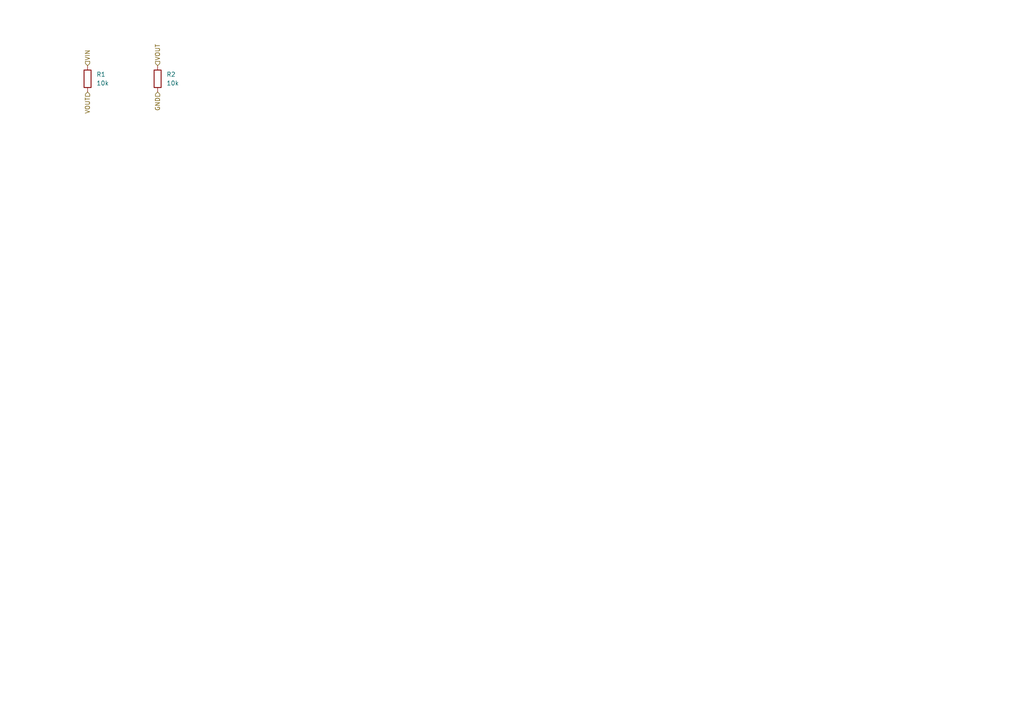
<source format=kicad_sch>
(kicad_sch (version 20250114) (generator "circuit_synth") (generator_version "0.8.36")
  (paper "A4")
  (title_block (title "voltage_divider"))
  (lib_symbols
    (symbol "Device:R" (pin_numbers (hide yes)) (pin_names (offset 0))
      (property "Reference" "R" (at 2.032 0 90))
      (property "Value" "R" (at 0 0 90))
      (symbol "R_0_1"
        (rectangle (start -1.016 -2.54) (end 1.016 2.54) (stroke (width 0.254)))
      )
      (symbol "R_1_1"
        (pin passive line (at 0 3.81 270) (length 1.27) (name "~") (number "1"))
        (pin passive line (at 0 -3.81 90) (length 1.27) (name "~") (number "2"))
      )
    )
  )
  (symbol (lib_id "Device:R") (at 25.4 22.86 0) (unit 1)
    (property "Reference" "R1" (at 27.94 21.5899 0) (effects (justify left)))
    (property "Value" "10k" (at 27.94 24.1299 0) (effects (justify left)))
    (property "Footprint" "Resistor_SMD:R_0603_1608Metric" (effects (hide yes)))
    (property "hierarchy_path" "/8065eaf6-cafd-49a6-a017-fee851cebeba" (effects (hide yes)))
    (property "project_name" "voltage_divider" (effects (hide yes)))
    (property "root_uuid" "8065eaf6-cafd-49a6-a017-fee851cebeba" (effects (hide yes)))
  )
  (symbol (lib_id "Device:R") (at 45.72 22.86 0) (unit 1)
    (property "Reference" "R2" (at 48.26 21.5899 0) (effects (justify left)))
    (property "Value" "10k" (at 48.26 24.1299 0) (effects (justify left)))
    (property "Footprint" "Resistor_SMD:R_0603_1608Metric" (effects (hide yes)))
    (property "hierarchy_path" "/8065eaf6-cafd-49a6-a017-fee851cebeba" (effects (hide yes)))
    (property "project_name" "voltage_divider" (effects (hide yes)))
    (property "root_uuid" "8065eaf6-cafd-49a6-a017-fee851cebeba" (effects (hide yes)))
  )
  (hierarchical_label "VIN" (shape input) (at 25.4 19.05 90))
  (hierarchical_label "VOUT" (shape input) (at 25.4 26.67 270))
  (hierarchical_label "VOUT" (shape input) (at 45.72 19.05 90))
  (hierarchical_label "GND" (shape input) (at 45.72 26.67 270))
)
</source>
